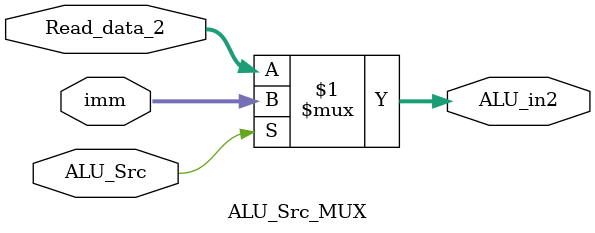
<source format=v>
`timescale 1ns/1ps

module ALU_Src_MUX (
    input           ALU_Src,
    input   [31:0]  imm,
    input   [31:0]  Read_data_2,
    output  [31:0]  ALU_in2
);
    assign ALU_in2 = (ALU_Src) ? imm : Read_data_2;
endmodule

</source>
